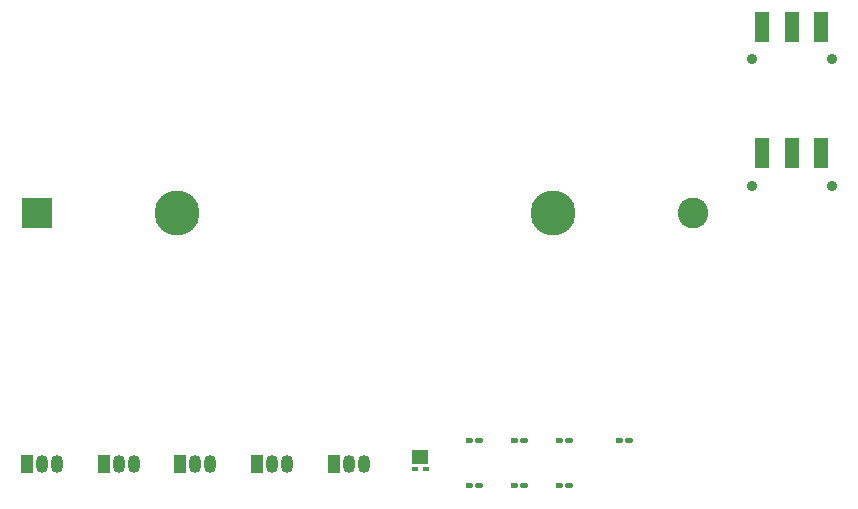
<source format=gts>
G04 #@! TF.GenerationSoftware,KiCad,Pcbnew,5.1.9+dfsg1-1+deb11u1*
G04 #@! TF.CreationDate,2023-11-08T12:18:59-05:00*
G04 #@! TF.ProjectId,Unit1-04,556e6974-312d-4303-942e-6b696361645f,rev?*
G04 #@! TF.SameCoordinates,Original*
G04 #@! TF.FileFunction,Soldermask,Top*
G04 #@! TF.FilePolarity,Negative*
%FSLAX46Y46*%
G04 Gerber Fmt 4.6, Leading zero omitted, Abs format (unit mm)*
G04 Created by KiCad (PCBNEW 5.1.9+dfsg1-1+deb11u1) date 2023-11-08 12:18:59*
%MOMM*%
%LPD*%
G01*
G04 APERTURE LIST*
%ADD10C,2.600000*%
%ADD11R,2.600000X2.600000*%
%ADD12C,3.800000*%
%ADD13R,0.550000X0.380000*%
%ADD14R,1.400000X1.200000*%
%ADD15O,1.050000X1.500000*%
%ADD16R,1.050000X1.500000*%
%ADD17C,0.900000*%
%ADD18R,1.250000X2.500000*%
G04 APERTURE END LIST*
D10*
X165875001Y-91185001D03*
D11*
X110275001Y-91185001D03*
D12*
X122175001Y-91185001D03*
X153975001Y-91185001D03*
D13*
X143225001Y-112925001D03*
X142325001Y-112925001D03*
D14*
X142775001Y-111885001D03*
D15*
X110705001Y-112465001D03*
X111975001Y-112465001D03*
D16*
X109435001Y-112465001D03*
D15*
X117215001Y-112465001D03*
X118485001Y-112465001D03*
D16*
X115945001Y-112465001D03*
D15*
X123725001Y-112465001D03*
X124995001Y-112465001D03*
D16*
X122455001Y-112465001D03*
X128965001Y-112465001D03*
D15*
X131505001Y-112465001D03*
X130235001Y-112465001D03*
D16*
X135475001Y-112465001D03*
D15*
X138015001Y-112465001D03*
X136745001Y-112465001D03*
G36*
G01*
X146595000Y-110590000D02*
X146595000Y-110390000D01*
G75*
G02*
X146695000Y-110290000I100000J0D01*
G01*
X147130000Y-110290000D01*
G75*
G02*
X147230000Y-110390000I0J-100000D01*
G01*
X147230000Y-110590000D01*
G75*
G02*
X147130000Y-110690000I-100000J0D01*
G01*
X146695000Y-110690000D01*
G75*
G02*
X146595000Y-110590000I0J100000D01*
G01*
G37*
G36*
G01*
X147410000Y-110590000D02*
X147410000Y-110390000D01*
G75*
G02*
X147510000Y-110290000I100000J0D01*
G01*
X147945000Y-110290000D01*
G75*
G02*
X148045000Y-110390000I0J-100000D01*
G01*
X148045000Y-110590000D01*
G75*
G02*
X147945000Y-110690000I-100000J0D01*
G01*
X147510000Y-110690000D01*
G75*
G02*
X147410000Y-110590000I0J100000D01*
G01*
G37*
G36*
G01*
X147410000Y-114400000D02*
X147410000Y-114200000D01*
G75*
G02*
X147510000Y-114100000I100000J0D01*
G01*
X147945000Y-114100000D01*
G75*
G02*
X148045000Y-114200000I0J-100000D01*
G01*
X148045000Y-114400000D01*
G75*
G02*
X147945000Y-114500000I-100000J0D01*
G01*
X147510000Y-114500000D01*
G75*
G02*
X147410000Y-114400000I0J100000D01*
G01*
G37*
G36*
G01*
X146595000Y-114400000D02*
X146595000Y-114200000D01*
G75*
G02*
X146695000Y-114100000I100000J0D01*
G01*
X147130000Y-114100000D01*
G75*
G02*
X147230000Y-114200000I0J-100000D01*
G01*
X147230000Y-114400000D01*
G75*
G02*
X147130000Y-114500000I-100000J0D01*
G01*
X146695000Y-114500000D01*
G75*
G02*
X146595000Y-114400000I0J100000D01*
G01*
G37*
G36*
G01*
X151220000Y-110590000D02*
X151220000Y-110390000D01*
G75*
G02*
X151320000Y-110290000I100000J0D01*
G01*
X151755000Y-110290000D01*
G75*
G02*
X151855000Y-110390000I0J-100000D01*
G01*
X151855000Y-110590000D01*
G75*
G02*
X151755000Y-110690000I-100000J0D01*
G01*
X151320000Y-110690000D01*
G75*
G02*
X151220000Y-110590000I0J100000D01*
G01*
G37*
G36*
G01*
X150405000Y-110590000D02*
X150405000Y-110390000D01*
G75*
G02*
X150505000Y-110290000I100000J0D01*
G01*
X150940000Y-110290000D01*
G75*
G02*
X151040000Y-110390000I0J-100000D01*
G01*
X151040000Y-110590000D01*
G75*
G02*
X150940000Y-110690000I-100000J0D01*
G01*
X150505000Y-110690000D01*
G75*
G02*
X150405000Y-110590000I0J100000D01*
G01*
G37*
G36*
G01*
X150405000Y-114400000D02*
X150405000Y-114200000D01*
G75*
G02*
X150505000Y-114100000I100000J0D01*
G01*
X150940000Y-114100000D01*
G75*
G02*
X151040000Y-114200000I0J-100000D01*
G01*
X151040000Y-114400000D01*
G75*
G02*
X150940000Y-114500000I-100000J0D01*
G01*
X150505000Y-114500000D01*
G75*
G02*
X150405000Y-114400000I0J100000D01*
G01*
G37*
G36*
G01*
X151220000Y-114400000D02*
X151220000Y-114200000D01*
G75*
G02*
X151320000Y-114100000I100000J0D01*
G01*
X151755000Y-114100000D01*
G75*
G02*
X151855000Y-114200000I0J-100000D01*
G01*
X151855000Y-114400000D01*
G75*
G02*
X151755000Y-114500000I-100000J0D01*
G01*
X151320000Y-114500000D01*
G75*
G02*
X151220000Y-114400000I0J100000D01*
G01*
G37*
G36*
G01*
X159295000Y-110590000D02*
X159295000Y-110390000D01*
G75*
G02*
X159395000Y-110290000I100000J0D01*
G01*
X159830000Y-110290000D01*
G75*
G02*
X159930000Y-110390000I0J-100000D01*
G01*
X159930000Y-110590000D01*
G75*
G02*
X159830000Y-110690000I-100000J0D01*
G01*
X159395000Y-110690000D01*
G75*
G02*
X159295000Y-110590000I0J100000D01*
G01*
G37*
G36*
G01*
X160110000Y-110590000D02*
X160110000Y-110390000D01*
G75*
G02*
X160210000Y-110290000I100000J0D01*
G01*
X160645000Y-110290000D01*
G75*
G02*
X160745000Y-110390000I0J-100000D01*
G01*
X160745000Y-110590000D01*
G75*
G02*
X160645000Y-110690000I-100000J0D01*
G01*
X160210000Y-110690000D01*
G75*
G02*
X160110000Y-110590000I0J100000D01*
G01*
G37*
G36*
G01*
X155030000Y-110590000D02*
X155030000Y-110390000D01*
G75*
G02*
X155130000Y-110290000I100000J0D01*
G01*
X155565000Y-110290000D01*
G75*
G02*
X155665000Y-110390000I0J-100000D01*
G01*
X155665000Y-110590000D01*
G75*
G02*
X155565000Y-110690000I-100000J0D01*
G01*
X155130000Y-110690000D01*
G75*
G02*
X155030000Y-110590000I0J100000D01*
G01*
G37*
G36*
G01*
X154215000Y-110590000D02*
X154215000Y-110390000D01*
G75*
G02*
X154315000Y-110290000I100000J0D01*
G01*
X154750000Y-110290000D01*
G75*
G02*
X154850000Y-110390000I0J-100000D01*
G01*
X154850000Y-110590000D01*
G75*
G02*
X154750000Y-110690000I-100000J0D01*
G01*
X154315000Y-110690000D01*
G75*
G02*
X154215000Y-110590000I0J100000D01*
G01*
G37*
G36*
G01*
X154215000Y-114400000D02*
X154215000Y-114200000D01*
G75*
G02*
X154315000Y-114100000I100000J0D01*
G01*
X154750000Y-114100000D01*
G75*
G02*
X154850000Y-114200000I0J-100000D01*
G01*
X154850000Y-114400000D01*
G75*
G02*
X154750000Y-114500000I-100000J0D01*
G01*
X154315000Y-114500000D01*
G75*
G02*
X154215000Y-114400000I0J100000D01*
G01*
G37*
G36*
G01*
X155030000Y-114400000D02*
X155030000Y-114200000D01*
G75*
G02*
X155130000Y-114100000I100000J0D01*
G01*
X155565000Y-114100000D01*
G75*
G02*
X155665000Y-114200000I0J-100000D01*
G01*
X155665000Y-114400000D01*
G75*
G02*
X155565000Y-114500000I-100000J0D01*
G01*
X155130000Y-114500000D01*
G75*
G02*
X155030000Y-114400000I0J100000D01*
G01*
G37*
D17*
X177625001Y-78185001D03*
X170825001Y-78185001D03*
D18*
X176725001Y-75435001D03*
X174225001Y-75435001D03*
X171725001Y-75435001D03*
D17*
X177625001Y-88900000D03*
X170825001Y-88900000D03*
D18*
X176725001Y-86150000D03*
X174225001Y-86150000D03*
X171725001Y-86150000D03*
M02*

</source>
